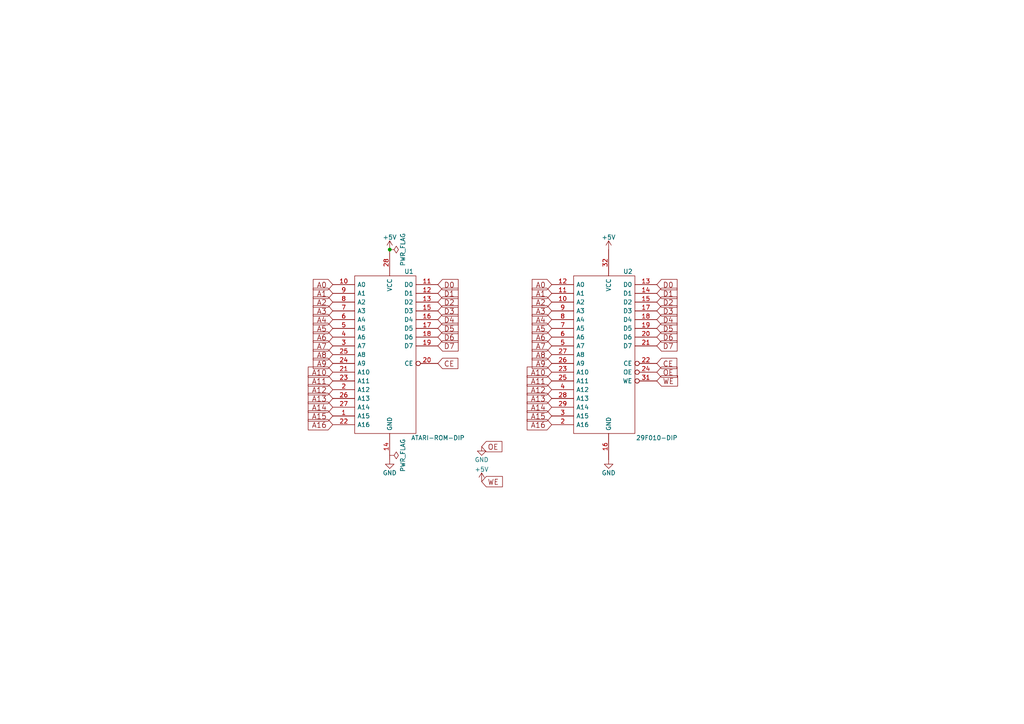
<source format=kicad_sch>
(kicad_sch (version 20211123) (generator eeschema)
  (paper "A4")
  (title_block (title "PLCC32 to DIP28") (date "2017-12-09") (rev "0.1") (company "FLACO 2017, licence of this schematic is CC-BY-NC-SA") (comment 1 "Fit a PLCC 29F010 to an Atari ST DIP Rom socket"))
  (lib_symbols
    (symbol "Sassa:29F010-DIP" (pin_names (offset 0.762))
      (property "Reference" "U" (at 6.858 24.13 0))
      (property "Value" "29F010-DIP" (at 15.24 -24.13 0))
      (symbol "29F010-DIP_0_1"
        (rectangle (start -8.89 -22.86) (end 8.89 22.86))
      )
      (symbol "29F010-DIP_1_1"
        (pin input line (at -15.24 15.24 0) (length 6.35) (name "A2") (number "10"))
        (pin input line (at -15.24 17.78 0) (length 6.35) (name "A1") (number "11"))
        (pin input line (at -15.24 20.32 0) (length 6.35) (name "A0") (number "12"))
        (pin tri_state line (at 15.24 20.32 180) (length 6.35) (name "D0") (number "13"))
        (pin tri_state line (at 15.24 17.78 180) (length 6.35) (name "D1") (number "14"))
        (pin tri_state line (at 15.24 15.24 180) (length 6.35) (name "D2") (number "15"))
        (pin input line (at 1.27 -30.48 90) (length 7.62) (name "GND") (number "16"))
        (pin tri_state line (at 15.24 12.7 180) (length 6.35) (name "D3") (number "17"))
        (pin tri_state line (at 15.24 10.16 180) (length 6.35) (name "D4") (number "18"))
        (pin tri_state line (at 15.24 7.62 180) (length 6.35) (name "D5") (number "19"))
        (pin input line (at -15.24 -20.32 0) (length 6.35) (name "A16") (number "2"))
        (pin tri_state line (at 15.24 5.08 180) (length 6.35) (name "D6") (number "20"))
        (pin tri_state line (at 15.24 2.54 180) (length 6.35) (name "D7") (number "21"))
        (pin input inverted (at 15.24 -2.54 180) (length 6.35) (name "CE") (number "22"))
        (pin input line (at -15.24 -5.08 0) (length 6.35) (name "A10") (number "23"))
        (pin input inverted (at 15.24 -5.08 180) (length 6.35) (name "OE") (number "24"))
        (pin input line (at -15.24 -7.62 0) (length 6.35) (name "A11") (number "25"))
        (pin input line (at -15.24 -2.54 0) (length 6.35) (name "A9") (number "26"))
        (pin input line (at -15.24 0 0) (length 6.35) (name "A8") (number "27"))
        (pin input line (at -15.24 -12.7 0) (length 6.35) (name "A13") (number "28"))
        (pin input line (at -15.24 -15.24 0) (length 6.35) (name "A14") (number "29"))
        (pin input line (at -15.24 -17.78 0) (length 6.35) (name "A15") (number "3"))
        (pin input inverted (at 15.24 -7.62 180) (length 6.35) (name "WE") (number "31"))
        (pin input line (at 1.27 30.48 270) (length 7.62) (name "VCC") (number "32"))
        (pin input line (at -15.24 -10.16 0) (length 6.35) (name "A12") (number "4"))
        (pin input line (at -15.24 2.54 0) (length 6.35) (name "A7") (number "5"))
        (pin input line (at -15.24 5.08 0) (length 6.35) (name "A6") (number "6"))
        (pin input line (at -15.24 7.62 0) (length 6.35) (name "A5") (number "7"))
        (pin input line (at -15.24 10.16 0) (length 6.35) (name "A4") (number "8"))
        (pin input line (at -15.24 12.7 0) (length 6.35) (name "A3") (number "9"))
      )
    )
    (symbol "Sassa:ATARI-ROM-DIP" (pin_names (offset 0.762))
      (property "Reference" "U" (at 6.858 24.13 0))
      (property "Value" "ATARI-ROM-DIP" (at 15.24 -24.13 0))
      (symbol "ATARI-ROM-DIP_0_1"
        (rectangle (start -8.89 -22.86) (end 8.89 22.86))
      )
      (symbol "ATARI-ROM-DIP_1_1"
        (pin input line (at -15.24 -17.78 0) (length 6.35) (name "A15") (number "1"))
        (pin input line (at -15.24 20.32 0) (length 6.35) (name "A0") (number "10"))
        (pin tri_state line (at 15.24 20.32 180) (length 6.35) (name "D0") (number "11"))
        (pin tri_state line (at 15.24 17.78 180) (length 6.35) (name "D1") (number "12"))
        (pin tri_state line (at 15.24 15.24 180) (length 6.35) (name "D2") (number "13"))
        (pin input line (at 1.27 -30.48 90) (length 7.62) (name "GND") (number "14"))
        (pin tri_state line (at 15.24 12.7 180) (length 6.35) (name "D3") (number "15"))
        (pin tri_state line (at 15.24 10.16 180) (length 6.35) (name "D4") (number "16"))
        (pin tri_state line (at 15.24 7.62 180) (length 6.35) (name "D5") (number "17"))
        (pin tri_state line (at 15.24 5.08 180) (length 6.35) (name "D6") (number "18"))
        (pin tri_state line (at 15.24 2.54 180) (length 6.35) (name "D7") (number "19"))
        (pin input line (at -15.24 -10.16 0) (length 6.35) (name "A12") (number "2"))
        (pin input inverted (at 15.24 -2.54 180) (length 6.35) (name "CE") (number "20"))
        (pin input line (at -15.24 -5.08 0) (length 6.35) (name "A10") (number "21"))
        (pin input line (at -15.24 -20.32 0) (length 6.35) (name "A16") (number "22"))
        (pin input line (at -15.24 -7.62 0) (length 6.35) (name "A11") (number "23"))
        (pin input line (at -15.24 -2.54 0) (length 6.35) (name "A9") (number "24"))
        (pin input line (at -15.24 0 0) (length 6.35) (name "A8") (number "25"))
        (pin input line (at -15.24 -12.7 0) (length 6.35) (name "A13") (number "26"))
        (pin input line (at -15.24 -15.24 0) (length 6.35) (name "A14") (number "27"))
        (pin input line (at 1.27 30.48 270) (length 7.62) (name "VCC") (number "28"))
        (pin input line (at -15.24 2.54 0) (length 6.35) (name "A7") (number "3"))
        (pin input line (at -15.24 5.08 0) (length 6.35) (name "A6") (number "4"))
        (pin input line (at -15.24 7.62 0) (length 6.35) (name "A5") (number "5"))
        (pin input line (at -15.24 10.16 0) (length 6.35) (name "A4") (number "6"))
        (pin input line (at -15.24 12.7 0) (length 6.35) (name "A3") (number "7"))
        (pin input line (at -15.24 15.24 0) (length 6.35) (name "A2") (number "8"))
        (pin input line (at -15.24 17.78 0) (length 6.35) (name "A1") (number "9"))
      )
    )
    (symbol "power:+5V" (power) (pin_names (offset 0))
      (property "Value" "+5V" (at 0 3.556 0))
      (symbol "+5V_0_1"
        (polyline (pts (xy -0.762 1.27) (xy 0 2.54)))
        (polyline (pts (xy 0 0) (xy 0 2.54)))
        (polyline (pts (xy 0 2.54) (xy 0.762 1.27)))
      )
      (symbol "+5V_1_1"
        (pin power_in line (at 0 0 90) (length 0) hide (name "+5V") (number "1"))
      )
    )
    (symbol "power:GND" (power) (pin_names (offset 0))
      (property "Value" "GND" (at 0 -3.81 0))
      (symbol "GND_0_1"
        (polyline (pts (xy 0 0) (xy 0 -1.27) (xy 1.27 -1.27) (xy 0 -2.54) (xy -1.27 -1.27) (xy 0 -1.27)))
      )
      (symbol "GND_1_1"
        (pin power_in line (at 0 0 270) (length 0) hide (name "GND") (number "1"))
      )
    )
    (symbol "power:PWR_FLAG" (power) (pin_numbers hide) (pin_names (offset 0) hide)
      (property "Value" "PWR_FLAG" (at 0 3.81 0))
      (symbol "PWR_FLAG_0_0"
        (pin power_out line (at 0 0 90) (length 0) (name "pwr") (number "1"))
      )
      (symbol "PWR_FLAG_0_1"
        (polyline (pts (xy 0 0) (xy 0 1.27) (xy -1.016 1.905) (xy 0 2.54) (xy 1.016 1.905) (xy 0 1.27)))
      )
    )
  )
  (junction (at 113.03 72.39))
  (global_label "A5" (shape input) (at 96.52 95.25 180) (effects (font (size 1.524 1.524))) (property "Références Inter-Feuilles" "${INTERSHEET_REFS}" (effects hide)))
  (global_label "D2" (shape input) (at 190.5 87.63 0) (effects (font (size 1.524 1.524))) (property "Références Inter-Feuilles" "${INTERSHEET_REFS}" (effects hide)))
  (global_label "WE" (shape input) (at 190.5 110.49 0) (effects (font (size 1.524 1.524))) (property "Références Inter-Feuilles" "${INTERSHEET_REFS}" (effects hide)))
  (global_label "A4" (shape input) (at 160.02 92.71 180) (effects (font (size 1.524 1.524))) (property "Références Inter-Feuilles" "${INTERSHEET_REFS}" (effects hide)))
  (global_label "D7" (shape input) (at 190.5 100.33 0) (effects (font (size 1.524 1.524))) (property "Références Inter-Feuilles" "${INTERSHEET_REFS}" (effects hide)))
  (global_label "A14" (shape input) (at 160.02 118.11 180) (effects (font (size 1.524 1.524))) (property "Références Inter-Feuilles" "${INTERSHEET_REFS}" (effects hide)))
  (global_label "D1" (shape input) (at 127 85.09 0) (effects (font (size 1.524 1.524))) (property "Références Inter-Feuilles" "${INTERSHEET_REFS}" (effects hide)))
  (global_label "A9" (shape input) (at 96.52 105.41 180) (effects (font (size 1.524 1.524))) (property "Références Inter-Feuilles" "${INTERSHEET_REFS}" (effects hide)))
  (global_label "D0" (shape input) (at 190.5 82.55 0) (effects (font (size 1.524 1.524))) (property "Références Inter-Feuilles" "${INTERSHEET_REFS}" (effects hide)))
  (global_label "D5" (shape input) (at 127 95.25 0) (effects (font (size 1.524 1.524))) (property "Références Inter-Feuilles" "${INTERSHEET_REFS}" (effects hide)))
  (global_label "A13" (shape input) (at 96.52 115.57 180) (effects (font (size 1.524 1.524))) (property "Références Inter-Feuilles" "${INTERSHEET_REFS}" (effects hide)))
  (global_label "WE" (shape input) (at 139.7 139.7 0) (effects (font (size 1.524 1.524))) (property "Références Inter-Feuilles" "${INTERSHEET_REFS}" (effects hide)))
  (global_label "CE" (shape input) (at 127 105.41 0) (effects (font (size 1.524 1.524))) (property "Références Inter-Feuilles" "${INTERSHEET_REFS}" (effects hide)))
  (global_label "D3" (shape input) (at 127 90.17 0) (effects (font (size 1.524 1.524))) (property "Références Inter-Feuilles" "${INTERSHEET_REFS}" (effects hide)))
  (global_label "A10" (shape input) (at 96.52 107.95 180) (effects (font (size 1.524 1.524))) (property "Références Inter-Feuilles" "${INTERSHEET_REFS}" (effects hide)))
  (global_label "A7" (shape input) (at 96.52 100.33 180) (effects (font (size 1.524 1.524))) (property "Références Inter-Feuilles" "${INTERSHEET_REFS}" (effects hide)))
  (global_label "A15" (shape input) (at 96.52 120.65 180) (effects (font (size 1.524 1.524))) (property "Références Inter-Feuilles" "${INTERSHEET_REFS}" (effects hide)))
  (global_label "D5" (shape input) (at 190.5 95.25 0) (effects (font (size 1.524 1.524))) (property "Références Inter-Feuilles" "${INTERSHEET_REFS}" (effects hide)))
  (global_label "A3" (shape input) (at 160.02 90.17 180) (effects (font (size 1.524 1.524))) (property "Références Inter-Feuilles" "${INTERSHEET_REFS}" (effects hide)))
  (global_label "A1" (shape input) (at 160.02 85.09 180) (effects (font (size 1.524 1.524))) (property "Références Inter-Feuilles" "${INTERSHEET_REFS}" (effects hide)))
  (global_label "A6" (shape input) (at 160.02 97.79 180) (effects (font (size 1.524 1.524))) (property "Références Inter-Feuilles" "${INTERSHEET_REFS}" (effects hide)))
  (global_label "D2" (shape input) (at 127 87.63 0) (effects (font (size 1.524 1.524))) (property "Références Inter-Feuilles" "${INTERSHEET_REFS}" (effects hide)))
  (global_label "D3" (shape input) (at 190.5 90.17 0) (effects (font (size 1.524 1.524))) (property "Références Inter-Feuilles" "${INTERSHEET_REFS}" (effects hide)))
  (global_label "A12" (shape input) (at 96.52 113.03 180) (effects (font (size 1.524 1.524))) (property "Références Inter-Feuilles" "${INTERSHEET_REFS}" (effects hide)))
  (global_label "A12" (shape input) (at 160.02 113.03 180) (effects (font (size 1.524 1.524))) (property "Références Inter-Feuilles" "${INTERSHEET_REFS}" (effects hide)))
  (global_label "D6" (shape input) (at 190.5 97.79 0) (effects (font (size 1.524 1.524))) (property "Références Inter-Feuilles" "${INTERSHEET_REFS}" (effects hide)))
  (global_label "A1" (shape input) (at 96.52 85.09 180) (effects (font (size 1.524 1.524))) (property "Références Inter-Feuilles" "${INTERSHEET_REFS}" (effects hide)))
  (global_label "A14" (shape input) (at 96.52 118.11 180) (effects (font (size 1.524 1.524))) (property "Références Inter-Feuilles" "${INTERSHEET_REFS}" (effects hide)))
  (global_label "A13" (shape input) (at 160.02 115.57 180) (effects (font (size 1.524 1.524))) (property "Références Inter-Feuilles" "${INTERSHEET_REFS}" (effects hide)))
  (global_label "A7" (shape input) (at 160.02 100.33 180) (effects (font (size 1.524 1.524))) (property "Références Inter-Feuilles" "${INTERSHEET_REFS}" (effects hide)))
  (global_label "A16" (shape input) (at 96.52 123.19 180) (effects (font (size 1.524 1.524))) (property "Références Inter-Feuilles" "${INTERSHEET_REFS}" (effects hide)))
  (global_label "D6" (shape input) (at 127 97.79 0) (effects (font (size 1.524 1.524))) (property "Références Inter-Feuilles" "${INTERSHEET_REFS}" (effects hide)))
  (global_label "A4" (shape input) (at 96.52 92.71 180) (effects (font (size 1.524 1.524))) (property "Références Inter-Feuilles" "${INTERSHEET_REFS}" (effects hide)))
  (global_label "D4" (shape input) (at 127 92.71 0) (effects (font (size 1.524 1.524))) (property "Références Inter-Feuilles" "${INTERSHEET_REFS}" (effects hide)))
  (global_label "A2" (shape input) (at 160.02 87.63 180) (effects (font (size 1.524 1.524))) (property "Références Inter-Feuilles" "${INTERSHEET_REFS}" (effects hide)))
  (global_label "D7" (shape input) (at 127 100.33 0) (effects (font (size 1.524 1.524))) (property "Références Inter-Feuilles" "${INTERSHEET_REFS}" (effects hide)))
  (global_label "A8" (shape input) (at 96.52 102.87 180) (effects (font (size 1.524 1.524))) (property "Références Inter-Feuilles" "${INTERSHEET_REFS}" (effects hide)))
  (global_label "A11" (shape input) (at 160.02 110.49 180) (effects (font (size 1.524 1.524))) (property "Références Inter-Feuilles" "${INTERSHEET_REFS}" (effects hide)))
  (global_label "D1" (shape input) (at 190.5 85.09 0) (effects (font (size 1.524 1.524))) (property "Références Inter-Feuilles" "${INTERSHEET_REFS}" (effects hide)))
  (global_label "A15" (shape input) (at 160.02 120.65 180) (effects (font (size 1.524 1.524))) (property "Références Inter-Feuilles" "${INTERSHEET_REFS}" (effects hide)))
  (global_label "A0" (shape input) (at 96.52 82.55 180) (effects (font (size 1.524 1.524))) (property "Références Inter-Feuilles" "${INTERSHEET_REFS}" (effects hide)))
  (global_label "OE" (shape input) (at 139.7 129.54 0) (effects (font (size 1.524 1.524))) (property "Références Inter-Feuilles" "${INTERSHEET_REFS}" (effects hide)))
  (global_label "A9" (shape input) (at 160.02 105.41 180) (effects (font (size 1.524 1.524))) (property "Références Inter-Feuilles" "${INTERSHEET_REFS}" (effects hide)))
  (global_label "A0" (shape input) (at 160.02 82.55 180) (effects (font (size 1.524 1.524))) (property "Références Inter-Feuilles" "${INTERSHEET_REFS}" (effects hide)))
  (global_label "A16" (shape input) (at 160.02 123.19 180) (effects (font (size 1.524 1.524))) (property "Références Inter-Feuilles" "${INTERSHEET_REFS}" (effects hide)))
  (global_label "OE" (shape input) (at 190.5 107.95 0) (effects (font (size 1.524 1.524))) (property "Références Inter-Feuilles" "${INTERSHEET_REFS}" (effects hide)))
  (global_label "A11" (shape input) (at 96.52 110.49 180) (effects (font (size 1.524 1.524))) (property "Références Inter-Feuilles" "${INTERSHEET_REFS}" (effects hide)))
  (global_label "D0" (shape input) (at 127 82.55 0) (effects (font (size 1.524 1.524))) (property "Références Inter-Feuilles" "${INTERSHEET_REFS}" (effects hide)))
  (global_label "A10" (shape input) (at 160.02 107.95 180) (effects (font (size 1.524 1.524))) (property "Références Inter-Feuilles" "${INTERSHEET_REFS}" (effects hide)))
  (global_label "A3" (shape input) (at 96.52 90.17 180) (effects (font (size 1.524 1.524))) (property "Références Inter-Feuilles" "${INTERSHEET_REFS}" (effects hide)))
  (global_label "D4" (shape input) (at 190.5 92.71 0) (effects (font (size 1.524 1.524))) (property "Références Inter-Feuilles" "${INTERSHEET_REFS}" (effects hide)))
  (global_label "CE" (shape input) (at 190.5 105.41 0) (effects (font (size 1.524 1.524))) (property "Références Inter-Feuilles" "${INTERSHEET_REFS}" (effects hide)))
  (global_label "A2" (shape input) (at 96.52 87.63 180) (effects (font (size 1.524 1.524))) (property "Références Inter-Feuilles" "${INTERSHEET_REFS}" (effects hide)))
  (global_label "A5" (shape input) (at 160.02 95.25 180) (effects (font (size 1.524 1.524))) (property "Références Inter-Feuilles" "${INTERSHEET_REFS}" (effects hide)))
  (global_label "A8" (shape input) (at 160.02 102.87 180) (effects (font (size 1.524 1.524))) (property "Références Inter-Feuilles" "${INTERSHEET_REFS}" (effects hide)))
  (global_label "A6" (shape input) (at 96.52 97.79 180) (effects (font (size 1.524 1.524))) (property "Références Inter-Feuilles" "${INTERSHEET_REFS}" (effects hide)))
  (symbol (lib_id "power:+5V") (at 113.03 72.39 0) (unit 1)
    (property "Reference" "#PWR01" (effects hide))
    (property "Value" "+5V" (at 113.03 68.834 0))
  )
  (symbol (lib_id "power:GND") (at 113.03 133.35 0) (unit 1)
    (property "Reference" "#PWR02" (effects hide))
    (property "Value" "GND" (at 113.03 137.16 0))
  )
  (symbol (lib_id "power:+5V") (at 176.53 72.39 0) (unit 1)
    (property "Reference" "#PWR03" (effects hide))
    (property "Value" "+5V" (at 176.53 68.834 0))
  )
  (symbol (lib_id "power:GND") (at 176.53 133.35 0) (unit 1)
    (property "Reference" "#PWR04" (effects hide))
    (property "Value" "GND" (at 176.53 137.16 0))
  )
  (symbol (lib_id "power:PWR_FLAG") (at 113.03 72.39 270) (unit 1)
    (property "Reference" "#FLG05" (effects hide))
    (property "Value" "PWR_FLAG" (at 116.84 72.39 0))
  )
  (symbol (lib_id "power:PWR_FLAG") (at 113.03 132.08 270) (unit 1)
    (property "Reference" "#FLG06" (effects hide))
    (property "Value" "PWR_FLAG" (at 116.84 132.08 0))
  )
  (symbol (lib_id "Sassa:29F010-DIP") (at 175.26 102.87 0) (unit 1)
    (property "Reference" "U2" (at 182.118 78.74 0))
    (property "Value" "29F010-DIP" (at 190.5 127 0))
    (property "Footprint" "Package_LCC:PLCC-32_11.4x14.0mm_P1.27mm" (effects hide))
  )
  (symbol (lib_id "Sassa:ATARI-ROM-DIP") (at 111.76 102.87 0) (unit 1)
    (property "Reference" "U1" (at 118.618 78.74 0))
    (property "Value" "ATARI-ROM-DIP" (at 127 127 0))
    (property "Footprint" "Package_DIP:DIP-28_W15.24mm" (effects hide))
  )
  (symbol (lib_id "power:+5V") (at 139.7 139.7 0) (unit 1)
    (property "Reference" "#PWR07" (effects hide))
    (property "Value" "+5V" (at 139.7 136.144 0))
  )
  (symbol (lib_id "power:GND") (at 139.7 129.54 0) (unit 1)
    (property "Reference" "#PWR08" (effects hide))
    (property "Value" "GND" (at 139.7 133.35 0))
  )
)
</source>
